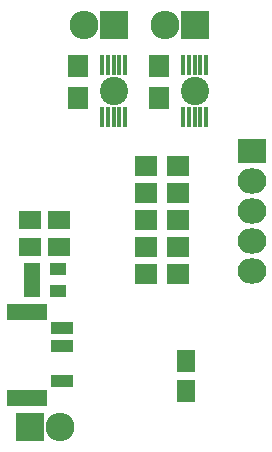
<source format=gbs>
%FSLAX46Y46*%
G04 Gerber Fmt 4.6, Leading zero omitted, Abs format (unit mm)*
G04 Created by KiCad (PCBNEW (2014-jul-16 BZR unknown)-product) date Fri 10 Jul 2015 06:09:48 PM EDT*
%MOMM*%
G01*
G04 APERTURE LIST*
%ADD10C,0.100000*%
%ADD11R,1.650000X1.900000*%
%ADD12R,1.900000X1.650000*%
%ADD13R,2.432000X2.127200*%
%ADD14O,2.432000X2.127200*%
%ADD15R,2.432000X2.432000*%
%ADD16O,2.432000X2.432000*%
%ADD17R,3.399740X1.400760*%
%ADD18R,1.901140X1.101040*%
%ADD19R,1.460000X1.050000*%
%ADD20R,0.452400X1.752400*%
%ADD21C,2.398980*%
%ADD22R,1.700000X1.900000*%
%ADD23R,1.900000X1.700000*%
G04 APERTURE END LIST*
D10*
D11*
X186436000Y-126472000D03*
X186436000Y-123972000D03*
D12*
X175748000Y-114300000D03*
X173248000Y-114300000D03*
X175748000Y-112014000D03*
X173248000Y-112014000D03*
D13*
X192024000Y-106172000D03*
D14*
X192024000Y-108712000D03*
X192024000Y-111252000D03*
X192024000Y-113792000D03*
X192024000Y-116332000D03*
D15*
X173228000Y-129540000D03*
D16*
X175768000Y-129540000D03*
D17*
X172974000Y-127093980D03*
X172974000Y-119794020D03*
D18*
X175973740Y-125694440D03*
X175973740Y-121193560D03*
X175973740Y-122694700D03*
D19*
X173398000Y-118044000D03*
X173398000Y-117094000D03*
X173398000Y-116144000D03*
X175598000Y-116144000D03*
X175598000Y-118044000D03*
D20*
X186198000Y-98892000D03*
X186698000Y-98892000D03*
X187198000Y-98892000D03*
X187698000Y-98892000D03*
X188198000Y-98892000D03*
X188198000Y-103292000D03*
X187698000Y-103292000D03*
X187198000Y-103292000D03*
X186698000Y-103292000D03*
X186198000Y-103292000D03*
X179340000Y-98892000D03*
X179840000Y-98892000D03*
X180340000Y-98892000D03*
X180840000Y-98892000D03*
X181340000Y-98892000D03*
X181340000Y-103292000D03*
X180840000Y-103292000D03*
X180340000Y-103292000D03*
X179840000Y-103292000D03*
X179340000Y-103292000D03*
D21*
X187198000Y-101092000D03*
X180340000Y-101092000D03*
D22*
X184150000Y-98980000D03*
X184150000Y-101680000D03*
X177292000Y-98980000D03*
X177292000Y-101680000D03*
D23*
X185754000Y-107442000D03*
X183054000Y-107442000D03*
X185754000Y-109728000D03*
X183054000Y-109728000D03*
X185754000Y-112014000D03*
X183054000Y-112014000D03*
X185754000Y-114300000D03*
X183054000Y-114300000D03*
X185754000Y-116586000D03*
X183054000Y-116586000D03*
D15*
X187198000Y-95504000D03*
D16*
X184658000Y-95504000D03*
D15*
X180340000Y-95504000D03*
D16*
X177800000Y-95504000D03*
M02*

</source>
